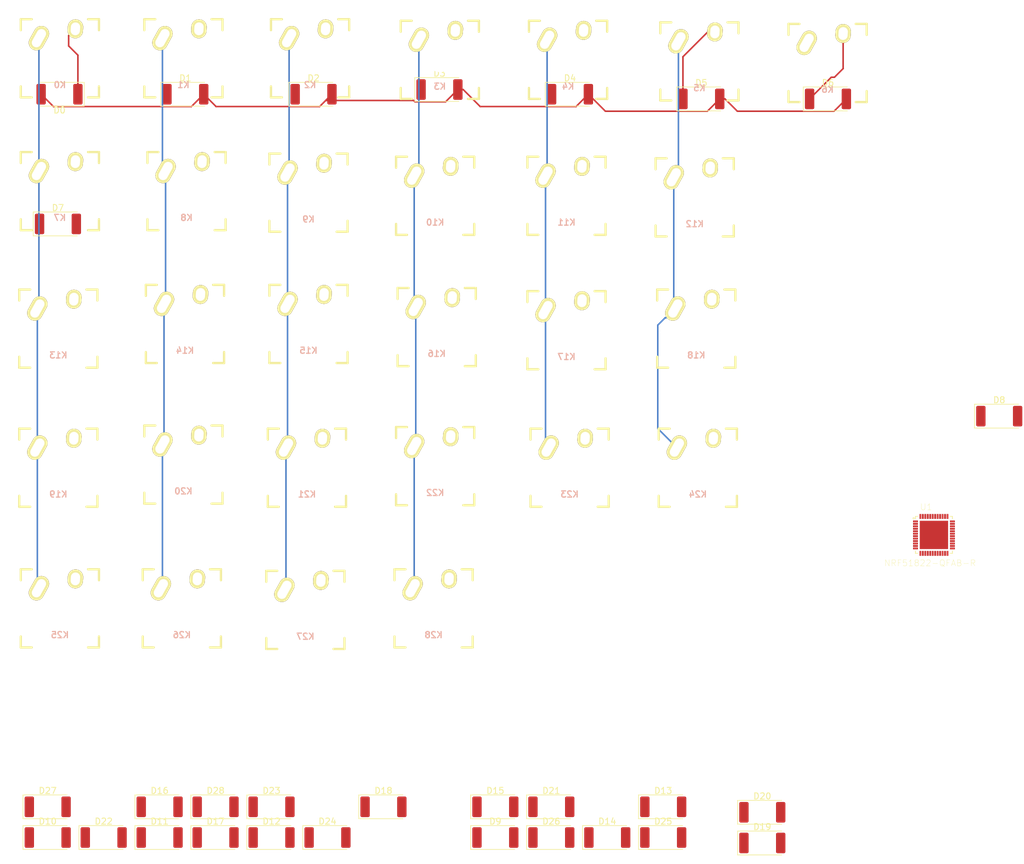
<source format=kicad_pcb>
(kicad_pcb (version 20171130) (host pcbnew "(5.1.4)-1")
  (layers (0 F.Cu signal) (31 B.Cu signal) (34 B.Paste user) (35 F.Paste user) (36 B.SilkS user) (37 F.SilkS user) (38 B.Mask user) (39 F.Mask user) (44 Edge.Cuts user))
  (net 0 "")
  (net 1 row0)
  (net 2 "Net-(D0-Pad1)")
  (net 3 row4)
  (net 4 "Net-(D1-Pad1)")
  (net 5 row1)
  (net 6 "Net-(D2-Pad1)")
  (net 7 row2)
  (net 8 "Net-(D3-Pad1)")
  (net 9 "Net-(D4-Pad1)")
  (net 10 "Net-(D5-Pad1)")
  (net 11 "Net-(D6-Pad1)")
  (net 12 "Net-(D7-Pad1)")
  (net 13 row3)
  (net 14 "Net-(D8-Pad1)")
  (net 15 "Net-(D9-Pad1)")
  (net 16 "Net-(D10-Pad1)")
  (net 17 "Net-(D11-Pad1)")
  (net 18 "Net-(D12-Pad1)")
  (net 19 "Net-(D13-Pad1)")
  (net 20 "Net-(D14-Pad1)")
  (net 21 "Net-(D15-Pad1)")
  (net 22 "Net-(D16-Pad1)")
  (net 23 "Net-(D17-Pad1)")
  (net 24 "Net-(D18-Pad1)")
  (net 25 "Net-(D19-Pad1)")
  (net 26 "Net-(D20-Pad1)")
  (net 27 "Net-(D21-Pad1)")
  (net 28 "Net-(D22-Pad1)")
  (net 29 "Net-(D23-Pad1)")
  (net 30 "Net-(D24-Pad1)")
  (net 31 "Net-(D25-Pad1)")
  (net 32 "Net-(D26-Pad1)")
  (net 33 "Net-(D27-Pad1)")
  (net 34 "Net-(D28-Pad1)")
  (net 35 col0)
  (net 36 col1)
  (net 37 col2)
  (net 38 col3)
  (net 39 col4)
  (net 40 col5)
  (net 41 col6)
  (net 42 "Net-(U1-Pad49)")
  (net 43 "Net-(U1-Pad48)")
  (net 44 "Net-(U1-Pad39)")
  (net 45 "Net-(U1-Pad38)")
  (net 46 "Net-(U1-Pad37)")
  (net 47 "Net-(U1-Pad36)")
  (net 48 "Net-(U1-Pad35)")
  (net 49 "Net-(U1-Pad34)")
  (net 50 "Net-(U1-Pad33)")
  (net 51 "Net-(U1-Pad32)")
  (net 52 "Net-(U1-Pad31)")
  (net 53 "Net-(U1-Pad30)")
  (net 54 "Net-(U1-Pad29)")
  (net 55 "Net-(U1-Pad24)")
  (net 56 "Net-(U1-Pad23)")
  (net 57 "Net-(U1-Pad22)")
  (net 58 "Net-(U1-Pad21)")
  (net 59 "Net-(U1-Pad20)")
  (net 60 "Net-(U1-Pad19)")
  (net 61 "Net-(U1-Pad18)")
  (net 62 "Net-(U1-Pad17)")
  (net 63 "Net-(U1-Pad16)")
  (net 64 "Net-(U1-Pad15)")
  (net 65 "Net-(U1-Pad14)")
  (net 66 "Net-(U1-Pad13)")
  (net 67 "Net-(U1-Pad12)")
  (net 68 "Net-(U1-Pad11)")
  (net 69 "Net-(U1-Pad10)")
  (net 70 "Net-(U1-Pad9)")
  (net 71 "Net-(U1-Pad8)")
  (net 72 "Net-(U1-Pad7)")
  (net 73 "Net-(U1-Pad6)")
  (net 74 "Net-(U1-Pad5)")
  (net 75 "Net-(U1-Pad4)")
  (net 76 "Net-(U1-Pad3)")
  (net 77 "Net-(U1-Pad2)")
  (net 78 "Net-(U1-Pad1)")
  (net 79 "Net-(K19-Pad2)")
  (module NRF51822-QFAB-R:QFN40P600X600X90-49N (layer F.Cu) (at 239.014 116.078)
    (fp_text reference U1 (at -1.26124 -4.53943) (layer F.SilkS) (effects (font (size 1.00098 1.00098) (thickness 0.05))))
    (fp_text value NRF51822-QFAB-R (at -0.62661 4.57678) (layer F.SilkS) (effects (font (size 1.00258 1.00258) (thickness 0.05))))
    (pad 49 smd rect (at 0 0) (size 4.6 4.6) (layers F.Cu F.Paste F.Mask) (net 42 "Net-(U1-Pad49)"))
    (pad 48 smd rect (at -2.2 -3 270) (size 0.8 0.3) (layers F.Cu F.Paste F.Mask) (net 43 "Net-(U1-Pad48)"))
    (pad 47 smd rect (at -1.8 -3 270) (size 0.8 0.3) (layers F.Cu F.Paste F.Mask) (net 41 col6))
    (pad 46 smd rect (at -1.4 -3 270) (size 0.8 0.3) (layers F.Cu F.Paste F.Mask) (net 40 col5))
    (pad 45 smd rect (at -1 -3 270) (size 0.8 0.3) (layers F.Cu F.Paste F.Mask) (net 39 col4))
    (pad 44 smd rect (at -0.6 -3 270) (size 0.8 0.3) (layers F.Cu F.Paste F.Mask) (net 38 col3))
    (pad 43 smd rect (at -0.2 -3 270) (size 0.8 0.3) (layers F.Cu F.Paste F.Mask) (net 37 col2))
    (pad 42 smd rect (at 0.2 -3 270) (size 0.8 0.3) (layers F.Cu F.Paste F.Mask) (net 36 col1))
    (pad 41 smd rect (at 0.6 -3 270) (size 0.8 0.3) (layers F.Cu F.Paste F.Mask) (net 35 col0))
    (pad 40 smd rect (at 1 -3 270) (size 0.8 0.3) (layers F.Cu F.Paste F.Mask) (net 3 row4))
    (pad 39 smd rect (at 1.4 -3 270) (size 0.8 0.3) (layers F.Cu F.Paste F.Mask) (net 44 "Net-(U1-Pad39)"))
    (pad 38 smd rect (at 1.8 -3 270) (size 0.8 0.3) (layers F.Cu F.Paste F.Mask) (net 45 "Net-(U1-Pad38)"))
    (pad 37 smd rect (at 2.2 -3 270) (size 0.8 0.3) (layers F.Cu F.Paste F.Mask) (net 46 "Net-(U1-Pad37)"))
    (pad 36 smd rect (at 3 -2.2 180) (size 0.8 0.3) (layers F.Cu F.Paste F.Mask) (net 47 "Net-(U1-Pad36)"))
    (pad 35 smd rect (at 3 -1.8 180) (size 0.8 0.3) (layers F.Cu F.Paste F.Mask) (net 48 "Net-(U1-Pad35)"))
    (pad 34 smd rect (at 3 -1.4 180) (size 0.8 0.3) (layers F.Cu F.Paste F.Mask) (net 49 "Net-(U1-Pad34)"))
    (pad 33 smd rect (at 3 -1 180) (size 0.8 0.3) (layers F.Cu F.Paste F.Mask) (net 50 "Net-(U1-Pad33)"))
    (pad 32 smd rect (at 3 -0.6 180) (size 0.8 0.3) (layers F.Cu F.Paste F.Mask) (net 51 "Net-(U1-Pad32)"))
    (pad 31 smd rect (at 3 -0.2 180) (size 0.8 0.3) (layers F.Cu F.Paste F.Mask) (net 52 "Net-(U1-Pad31)"))
    (pad 30 smd rect (at 3 0.2 180) (size 0.8 0.3) (layers F.Cu F.Paste F.Mask) (net 53 "Net-(U1-Pad30)"))
    (pad 29 smd rect (at 3 0.6 180) (size 0.8 0.3) (layers F.Cu F.Paste F.Mask) (net 54 "Net-(U1-Pad29)"))
    (pad 28 smd rect (at 3 1 180) (size 0.8 0.3) (layers F.Cu F.Paste F.Mask) (net 13 row3))
    (pad 27 smd rect (at 3 1.4 180) (size 0.8 0.3) (layers F.Cu F.Paste F.Mask) (net 7 row2))
    (pad 26 smd rect (at 3 1.8 180) (size 0.8 0.3) (layers F.Cu F.Paste F.Mask) (net 5 row1))
    (pad 25 smd rect (at 3 2.2 180) (size 0.8 0.3) (layers F.Cu F.Paste F.Mask) (net 1 row0))
    (pad 24 smd rect (at 2.2 3 90) (size 0.8 0.3) (layers F.Cu F.Paste F.Mask) (net 55 "Net-(U1-Pad24)"))
    (pad 23 smd rect (at 1.8 3 90) (size 0.8 0.3) (layers F.Cu F.Paste F.Mask) (net 56 "Net-(U1-Pad23)"))
    (pad 22 smd rect (at 1.4 3 90) (size 0.8 0.3) (layers F.Cu F.Paste F.Mask) (net 57 "Net-(U1-Pad22)"))
    (pad 21 smd rect (at 1 3 90) (size 0.8 0.3) (layers F.Cu F.Paste F.Mask) (net 58 "Net-(U1-Pad21)"))
    (pad 20 smd rect (at 0.6 3 90) (size 0.8 0.3) (layers F.Cu F.Paste F.Mask) (net 59 "Net-(U1-Pad20)"))
    (pad 19 smd rect (at 0.2 3 90) (size 0.8 0.3) (layers F.Cu F.Paste F.Mask) (net 60 "Net-(U1-Pad19)"))
    (pad 18 smd rect (at -0.2 3 90) (size 0.8 0.3) (layers F.Cu F.Paste F.Mask) (net 61 "Net-(U1-Pad18)"))
    (pad 17 smd rect (at -0.6 3 90) (size 0.8 0.3) (layers F.Cu F.Paste F.Mask) (net 62 "Net-(U1-Pad17)"))
    (pad 16 smd rect (at -1 3 90) (size 0.8 0.3) (layers F.Cu F.Paste F.Mask) (net 63 "Net-(U1-Pad16)"))
    (pad 15 smd rect (at -1.4 3 90) (size 0.8 0.3) (layers F.Cu F.Paste F.Mask) (net 64 "Net-(U1-Pad15)"))
    (pad 14 smd rect (at -1.8 3 90) (size 0.8 0.3) (layers F.Cu F.Paste F.Mask) (net 65 "Net-(U1-Pad14)"))
    (pad 13 smd rect (at -2.2 3 90) (size 0.8 0.3) (layers F.Cu F.Paste F.Mask) (net 66 "Net-(U1-Pad13)"))
    (pad 12 smd rect (at -3 2.2) (size 0.8 0.3) (layers F.Cu F.Paste F.Mask) (net 67 "Net-(U1-Pad12)"))
    (pad 11 smd rect (at -3 1.8) (size 0.8 0.3) (layers F.Cu F.Paste F.Mask) (net 68 "Net-(U1-Pad11)"))
    (pad 10 smd rect (at -3 1.4) (size 0.8 0.3) (layers F.Cu F.Paste F.Mask) (net 69 "Net-(U1-Pad10)"))
    (pad 9 smd rect (at -3 1) (size 0.8 0.3) (layers F.Cu F.Paste F.Mask) (net 70 "Net-(U1-Pad9)"))
    (pad 8 smd rect (at -3 0.6) (size 0.8 0.3) (layers F.Cu F.Paste F.Mask) (net 71 "Net-(U1-Pad8)"))
    (pad 7 smd rect (at -3 0.2) (size 0.8 0.3) (layers F.Cu F.Paste F.Mask) (net 72 "Net-(U1-Pad7)"))
    (pad 6 smd rect (at -3 -0.2) (size 0.8 0.3) (layers F.Cu F.Paste F.Mask) (net 73 "Net-(U1-Pad6)"))
    (pad 5 smd rect (at -3 -0.6) (size 0.8 0.3) (layers F.Cu F.Paste F.Mask) (net 74 "Net-(U1-Pad5)"))
    (pad 4 smd rect (at -3 -1) (size 0.8 0.3) (layers F.Cu F.Paste F.Mask) (net 75 "Net-(U1-Pad4)"))
    (pad 3 smd rect (at -3 -1.4) (size 0.8 0.3) (layers F.Cu F.Paste F.Mask) (net 76 "Net-(U1-Pad3)"))
    (pad 2 smd rect (at -3 -1.8) (size 0.8 0.3) (layers F.Cu F.Paste F.Mask) (net 77 "Net-(U1-Pad2)"))
    (pad 1 smd rect (at -3 -2.2) (size 0.8 0.3) (layers F.Cu F.Paste F.Mask) (net 78 "Net-(U1-Pad1)"))
  )
  (module keebs:Mx_Alps_100 (layer F.Cu) (at 221.742 39.37)
    (fp_text reference K6 (at 0 4.318) (layer B.SilkS) (effects (font (thickness 0.2)) (justify mirror)))
    (fp_text value KEYSW hide)
    (pad 2 thru_hole oval (at 2.52 -4.79 356.1) (size 2.5 3.08) (drill oval 1.5 2.08) (layers *.Cu *.Mask F.SilkS) (net 11 "Net-(D6-Pad1)"))
    (pad 1 thru_hole oval (at -3.405 -3.27 330.95) (size 2.5 4.17) (drill oval 1.5 3.17) (layers *.Cu *.Mask F.SilkS) (net 41 col6))
    (pad HOLE np_thru_hole circle (at 5.08 0) (size 1.7018 1.7018) (drill 1.7018) (layers *.Cu))
    (pad HOLE np_thru_hole circle (at -5.08 0) (size 1.7018 1.7018) (drill 1.7018) (layers *.Cu))
    (pad HOLE np_thru_hole circle (at 0 0) (size 3.9878 3.9878) (drill 3.9878) (layers *.Cu))
  )
  (module keebs:Mx_Alps_100 (layer F.Cu) (at 200.914 39.116)
    (fp_text reference K5 (at 0 4.318) (layer B.SilkS) (effects (font (thickness 0.2)) (justify mirror)))
    (fp_text value KEYSW hide)
    (pad 2 thru_hole oval (at 2.52 -4.79 356.1) (size 2.5 3.08) (drill oval 1.5 2.08) (layers *.Cu *.Mask F.SilkS) (net 10 "Net-(D5-Pad1)"))
    (pad 1 thru_hole oval (at -3.405 -3.27 330.95) (size 2.5 4.17) (drill oval 1.5 3.17) (layers *.Cu *.Mask F.SilkS) (net 40 col5))
    (pad HOLE np_thru_hole circle (at 5.08 0) (size 1.7018 1.7018) (drill 1.7018) (layers *.Cu))
    (pad HOLE np_thru_hole circle (at -5.08 0) (size 1.7018 1.7018) (drill 1.7018) (layers *.Cu))
    (pad HOLE np_thru_hole circle (at 0 0) (size 3.9878 3.9878) (drill 3.9878) (layers *.Cu))
  )
  (module keebs:Mx_Alps_100 (layer F.Cu) (at 200.406 82.55)
    (fp_text reference K18 (at 0 4.318) (layer B.SilkS) (effects (font (thickness 0.2)) (justify mirror)))
    (fp_text value KEYSW hide)
    (pad 2 thru_hole oval (at 2.52 -4.79 356.1) (size 2.5 3.08) (drill oval 1.5 2.08) (layers *.Cu *.Mask F.SilkS) (net 24 "Net-(D18-Pad1)"))
    (pad 1 thru_hole oval (at -3.405 -3.27 330.95) (size 2.5 4.17) (drill oval 1.5 3.17) (layers *.Cu *.Mask F.SilkS) (net 40 col5))
    (pad HOLE np_thru_hole circle (at 5.08 0) (size 1.7018 1.7018) (drill 1.7018) (layers *.Cu))
    (pad HOLE np_thru_hole circle (at -5.08 0) (size 1.7018 1.7018) (drill 1.7018) (layers *.Cu))
    (pad HOLE np_thru_hole circle (at 0 0) (size 3.9878 3.9878) (drill 3.9878) (layers *.Cu))
  )
  (module keebs:Mx_Alps_100 (layer F.Cu) (at 200.66 105.156)
    (fp_text reference K24 (at 0 4.318) (layer B.SilkS) (effects (font (thickness 0.2)) (justify mirror)))
    (fp_text value KEYSW hide)
    (pad 2 thru_hole oval (at 2.52 -4.79 356.1) (size 2.5 3.08) (drill oval 1.5 2.08) (layers *.Cu *.Mask F.SilkS) (net 30 "Net-(D24-Pad1)"))
    (pad 1 thru_hole oval (at -3.405 -3.27 330.95) (size 2.5 4.17) (drill oval 1.5 3.17) (layers *.Cu *.Mask F.SilkS) (net 40 col5))
    (pad HOLE np_thru_hole circle (at 5.08 0) (size 1.7018 1.7018) (drill 1.7018) (layers *.Cu))
    (pad HOLE np_thru_hole circle (at -5.08 0) (size 1.7018 1.7018) (drill 1.7018) (layers *.Cu))
    (pad HOLE np_thru_hole circle (at 0 0) (size 3.9878 3.9878) (drill 3.9878) (layers *.Cu))
  )
  (module keebs:Mx_Alps_100 (layer F.Cu) (at 200.152 61.214)
    (fp_text reference K12 (at 0 4.318) (layer B.SilkS) (effects (font (thickness 0.2)) (justify mirror)))
    (fp_text value KEYSW hide)
    (pad 2 thru_hole oval (at 2.52 -4.79 356.1) (size 2.5 3.08) (drill oval 1.5 2.08) (layers *.Cu *.Mask F.SilkS) (net 18 "Net-(D12-Pad1)"))
    (pad 1 thru_hole oval (at -3.405 -3.27 330.95) (size 2.5 4.17) (drill oval 1.5 3.17) (layers *.Cu *.Mask F.SilkS) (net 40 col5))
    (pad HOLE np_thru_hole circle (at 5.08 0) (size 1.7018 1.7018) (drill 1.7018) (layers *.Cu))
    (pad HOLE np_thru_hole circle (at -5.08 0) (size 1.7018 1.7018) (drill 1.7018) (layers *.Cu))
    (pad HOLE np_thru_hole circle (at 0 0) (size 3.9878 3.9878) (drill 3.9878) (layers *.Cu))
  )
  (module keebs:Mx_Alps_100 (layer F.Cu) (at 179.578 38.862)
    (fp_text reference K4 (at 0 4.318) (layer B.SilkS) (effects (font (thickness 0.2)) (justify mirror)))
    (fp_text value KEYSW hide)
    (pad 2 thru_hole oval (at 2.52 -4.79 356.1) (size 2.5 3.08) (drill oval 1.5 2.08) (layers *.Cu *.Mask F.SilkS) (net 9 "Net-(D4-Pad1)"))
    (pad 1 thru_hole oval (at -3.405 -3.27 330.95) (size 2.5 4.17) (drill oval 1.5 3.17) (layers *.Cu *.Mask F.SilkS) (net 39 col4))
    (pad HOLE np_thru_hole circle (at 5.08 0) (size 1.7018 1.7018) (drill 1.7018) (layers *.Cu))
    (pad HOLE np_thru_hole circle (at -5.08 0) (size 1.7018 1.7018) (drill 1.7018) (layers *.Cu))
    (pad HOLE np_thru_hole circle (at 0 0) (size 3.9878 3.9878) (drill 3.9878) (layers *.Cu))
  )
  (module keebs:Mx_Alps_100 (layer F.Cu) (at 179.832 105.156)
    (fp_text reference K23 (at 0 4.318) (layer B.SilkS) (effects (font (thickness 0.2)) (justify mirror)))
    (fp_text value KEYSW hide)
    (pad 2 thru_hole oval (at 2.52 -4.79 356.1) (size 2.5 3.08) (drill oval 1.5 2.08) (layers *.Cu *.Mask F.SilkS) (net 29 "Net-(D23-Pad1)"))
    (pad 1 thru_hole oval (at -3.405 -3.27 330.95) (size 2.5 4.17) (drill oval 1.5 3.17) (layers *.Cu *.Mask F.SilkS) (net 39 col4))
    (pad HOLE np_thru_hole circle (at 5.08 0) (size 1.7018 1.7018) (drill 1.7018) (layers *.Cu))
    (pad HOLE np_thru_hole circle (at -5.08 0) (size 1.7018 1.7018) (drill 1.7018) (layers *.Cu))
    (pad HOLE np_thru_hole circle (at 0 0) (size 3.9878 3.9878) (drill 3.9878) (layers *.Cu))
  )
  (module keebs:Mx_Alps_100 (layer F.Cu) (at 179.324 82.804)
    (fp_text reference K17 (at 0 4.318) (layer B.SilkS) (effects (font (thickness 0.2)) (justify mirror)))
    (fp_text value KEYSW hide)
    (pad 2 thru_hole oval (at 2.52 -4.79 356.1) (size 2.5 3.08) (drill oval 1.5 2.08) (layers *.Cu *.Mask F.SilkS) (net 23 "Net-(D17-Pad1)"))
    (pad 1 thru_hole oval (at -3.405 -3.27 330.95) (size 2.5 4.17) (drill oval 1.5 3.17) (layers *.Cu *.Mask F.SilkS) (net 39 col4))
    (pad HOLE np_thru_hole circle (at 5.08 0) (size 1.7018 1.7018) (drill 1.7018) (layers *.Cu))
    (pad HOLE np_thru_hole circle (at -5.08 0) (size 1.7018 1.7018) (drill 1.7018) (layers *.Cu))
    (pad HOLE np_thru_hole circle (at 0 0) (size 3.9878 3.9878) (drill 3.9878) (layers *.Cu))
  )
  (module keebs:Mx_Alps_100 (layer F.Cu) (at 179.324 60.96)
    (fp_text reference K11 (at 0 4.318) (layer B.SilkS) (effects (font (thickness 0.2)) (justify mirror)))
    (fp_text value KEYSW hide)
    (pad 2 thru_hole oval (at 2.52 -4.79 356.1) (size 2.5 3.08) (drill oval 1.5 2.08) (layers *.Cu *.Mask F.SilkS) (net 17 "Net-(D11-Pad1)"))
    (pad 1 thru_hole oval (at -3.405 -3.27 330.95) (size 2.5 4.17) (drill oval 1.5 3.17) (layers *.Cu *.Mask F.SilkS) (net 39 col4))
    (pad HOLE np_thru_hole circle (at 5.08 0) (size 1.7018 1.7018) (drill 1.7018) (layers *.Cu))
    (pad HOLE np_thru_hole circle (at -5.08 0) (size 1.7018 1.7018) (drill 1.7018) (layers *.Cu))
    (pad HOLE np_thru_hole circle (at 0 0) (size 3.9878 3.9878) (drill 3.9878) (layers *.Cu))
  )
  (module keebs:Mx_Alps_100 (layer F.Cu) (at 157.734 128.016)
    (fp_text reference K28 (at 0 4.318) (layer B.SilkS) (effects (font (thickness 0.2)) (justify mirror)))
    (fp_text value KEYSW hide)
    (pad 2 thru_hole oval (at 2.52 -4.79 356.1) (size 2.5 3.08) (drill oval 1.5 2.08) (layers *.Cu *.Mask F.SilkS) (net 34 "Net-(D28-Pad1)"))
    (pad 1 thru_hole oval (at -3.405 -3.27 330.95) (size 2.5 4.17) (drill oval 1.5 3.17) (layers *.Cu *.Mask F.SilkS) (net 38 col3))
    (pad HOLE np_thru_hole circle (at 5.08 0) (size 1.7018 1.7018) (drill 1.7018) (layers *.Cu))
    (pad HOLE np_thru_hole circle (at -5.08 0) (size 1.7018 1.7018) (drill 1.7018) (layers *.Cu))
    (pad HOLE np_thru_hole circle (at 0 0) (size 3.9878 3.9878) (drill 3.9878) (layers *.Cu))
  )
  (module keebs:Mx_Alps_100 (layer F.Cu) (at 158.242 82.296)
    (fp_text reference K16 (at 0 4.318) (layer B.SilkS) (effects (font (thickness 0.2)) (justify mirror)))
    (fp_text value KEYSW hide)
    (pad 2 thru_hole oval (at 2.52 -4.79 356.1) (size 2.5 3.08) (drill oval 1.5 2.08) (layers *.Cu *.Mask F.SilkS) (net 22 "Net-(D16-Pad1)"))
    (pad 1 thru_hole oval (at -3.405 -3.27 330.95) (size 2.5 4.17) (drill oval 1.5 3.17) (layers *.Cu *.Mask F.SilkS) (net 38 col3))
    (pad HOLE np_thru_hole circle (at 5.08 0) (size 1.7018 1.7018) (drill 1.7018) (layers *.Cu))
    (pad HOLE np_thru_hole circle (at -5.08 0) (size 1.7018 1.7018) (drill 1.7018) (layers *.Cu))
    (pad HOLE np_thru_hole circle (at 0 0) (size 3.9878 3.9878) (drill 3.9878) (layers *.Cu))
  )
  (module keebs:Mx_Alps_100 (layer F.Cu) (at 157.988 104.902)
    (fp_text reference K22 (at 0 4.318) (layer B.SilkS) (effects (font (thickness 0.2)) (justify mirror)))
    (fp_text value KEYSW hide)
    (pad 2 thru_hole oval (at 2.52 -4.79 356.1) (size 2.5 3.08) (drill oval 1.5 2.08) (layers *.Cu *.Mask F.SilkS) (net 28 "Net-(D22-Pad1)"))
    (pad 1 thru_hole oval (at -3.405 -3.27 330.95) (size 2.5 4.17) (drill oval 1.5 3.17) (layers *.Cu *.Mask F.SilkS) (net 38 col3))
    (pad HOLE np_thru_hole circle (at 5.08 0) (size 1.7018 1.7018) (drill 1.7018) (layers *.Cu))
    (pad HOLE np_thru_hole circle (at -5.08 0) (size 1.7018 1.7018) (drill 1.7018) (layers *.Cu))
    (pad HOLE np_thru_hole circle (at 0 0) (size 3.9878 3.9878) (drill 3.9878) (layers *.Cu))
  )
  (module keebs:Mx_Alps_100 (layer F.Cu) (at 157.988 60.96)
    (fp_text reference K10 (at 0 4.318) (layer B.SilkS) (effects (font (thickness 0.2)) (justify mirror)))
    (fp_text value KEYSW hide)
    (pad 2 thru_hole oval (at 2.52 -4.79 356.1) (size 2.5 3.08) (drill oval 1.5 2.08) (layers *.Cu *.Mask F.SilkS) (net 16 "Net-(D10-Pad1)"))
    (pad 1 thru_hole oval (at -3.405 -3.27 330.95) (size 2.5 4.17) (drill oval 1.5 3.17) (layers *.Cu *.Mask F.SilkS) (net 38 col3))
    (pad HOLE np_thru_hole circle (at 5.08 0) (size 1.7018 1.7018) (drill 1.7018) (layers *.Cu))
    (pad HOLE np_thru_hole circle (at -5.08 0) (size 1.7018 1.7018) (drill 1.7018) (layers *.Cu))
    (pad HOLE np_thru_hole circle (at 0 0) (size 3.9878 3.9878) (drill 3.9878) (layers *.Cu))
  )
  (module keebs:Mx_Alps_100 (layer F.Cu) (at 158.75 38.862)
    (fp_text reference K3 (at 0 4.318) (layer B.SilkS) (effects (font (thickness 0.2)) (justify mirror)))
    (fp_text value KEYSW hide)
    (pad 2 thru_hole oval (at 2.52 -4.79 356.1) (size 2.5 3.08) (drill oval 1.5 2.08) (layers *.Cu *.Mask F.SilkS) (net 8 "Net-(D3-Pad1)"))
    (pad 1 thru_hole oval (at -3.405 -3.27 330.95) (size 2.5 4.17) (drill oval 1.5 3.17) (layers *.Cu *.Mask F.SilkS) (net 38 col3))
    (pad HOLE np_thru_hole circle (at 5.08 0) (size 1.7018 1.7018) (drill 1.7018) (layers *.Cu))
    (pad HOLE np_thru_hole circle (at -5.08 0) (size 1.7018 1.7018) (drill 1.7018) (layers *.Cu))
    (pad HOLE np_thru_hole circle (at 0 0) (size 3.9878 3.9878) (drill 3.9878) (layers *.Cu))
  )
  (module keebs:Mx_Alps_100 (layer F.Cu) (at 136.906 128.27)
    (fp_text reference K27 (at 0 4.318) (layer B.SilkS) (effects (font (thickness 0.2)) (justify mirror)))
    (fp_text value KEYSW hide)
    (pad 2 thru_hole oval (at 2.52 -4.79 356.1) (size 2.5 3.08) (drill oval 1.5 2.08) (layers *.Cu *.Mask F.SilkS) (net 33 "Net-(D27-Pad1)"))
    (pad 1 thru_hole oval (at -3.405 -3.27 330.95) (size 2.5 4.17) (drill oval 1.5 3.17) (layers *.Cu *.Mask F.SilkS) (net 37 col2))
    (pad HOLE np_thru_hole circle (at 5.08 0) (size 1.7018 1.7018) (drill 1.7018) (layers *.Cu))
    (pad HOLE np_thru_hole circle (at -5.08 0) (size 1.7018 1.7018) (drill 1.7018) (layers *.Cu))
    (pad HOLE np_thru_hole circle (at 0 0) (size 3.9878 3.9878) (drill 3.9878) (layers *.Cu))
  )
  (module keebs:Mx_Alps_100 (layer F.Cu) (at 137.414 81.788)
    (fp_text reference K15 (at 0 4.318) (layer B.SilkS) (effects (font (thickness 0.2)) (justify mirror)))
    (fp_text value KEYSW hide)
    (pad 2 thru_hole oval (at 2.52 -4.79 356.1) (size 2.5 3.08) (drill oval 1.5 2.08) (layers *.Cu *.Mask F.SilkS) (net 21 "Net-(D15-Pad1)"))
    (pad 1 thru_hole oval (at -3.405 -3.27 330.95) (size 2.5 4.17) (drill oval 1.5 3.17) (layers *.Cu *.Mask F.SilkS) (net 37 col2))
    (pad HOLE np_thru_hole circle (at 5.08 0) (size 1.7018 1.7018) (drill 1.7018) (layers *.Cu))
    (pad HOLE np_thru_hole circle (at -5.08 0) (size 1.7018 1.7018) (drill 1.7018) (layers *.Cu))
    (pad HOLE np_thru_hole circle (at 0 0) (size 3.9878 3.9878) (drill 3.9878) (layers *.Cu))
  )
  (module keebs:Mx_Alps_100 (layer F.Cu) (at 137.414 60.452)
    (fp_text reference K9 (at 0 4.318) (layer B.SilkS) (effects (font (thickness 0.2)) (justify mirror)))
    (fp_text value KEYSW hide)
    (pad 2 thru_hole oval (at 2.52 -4.79 356.1) (size 2.5 3.08) (drill oval 1.5 2.08) (layers *.Cu *.Mask F.SilkS) (net 15 "Net-(D9-Pad1)"))
    (pad 1 thru_hole oval (at -3.405 -3.27 330.95) (size 2.5 4.17) (drill oval 1.5 3.17) (layers *.Cu *.Mask F.SilkS) (net 37 col2))
    (pad HOLE np_thru_hole circle (at 5.08 0) (size 1.7018 1.7018) (drill 1.7018) (layers *.Cu))
    (pad HOLE np_thru_hole circle (at -5.08 0) (size 1.7018 1.7018) (drill 1.7018) (layers *.Cu))
    (pad HOLE np_thru_hole circle (at 0 0) (size 3.9878 3.9878) (drill 3.9878) (layers *.Cu))
  )
  (module keebs:Mx_Alps_100 (layer F.Cu) (at 137.16 105.156)
    (fp_text reference K21 (at 0 4.318) (layer B.SilkS) (effects (font (thickness 0.2)) (justify mirror)))
    (fp_text value KEYSW hide)
    (pad 2 thru_hole oval (at 2.52 -4.79 356.1) (size 2.5 3.08) (drill oval 1.5 2.08) (layers *.Cu *.Mask F.SilkS) (net 27 "Net-(D21-Pad1)"))
    (pad 1 thru_hole oval (at -3.405 -3.27 330.95) (size 2.5 4.17) (drill oval 1.5 3.17) (layers *.Cu *.Mask F.SilkS) (net 37 col2))
    (pad HOLE np_thru_hole circle (at 5.08 0) (size 1.7018 1.7018) (drill 1.7018) (layers *.Cu))
    (pad HOLE np_thru_hole circle (at -5.08 0) (size 1.7018 1.7018) (drill 1.7018) (layers *.Cu))
    (pad HOLE np_thru_hole circle (at 0 0) (size 3.9878 3.9878) (drill 3.9878) (layers *.Cu))
  )
  (module keebs:Mx_Alps_100 (layer F.Cu) (at 116.84 128.016)
    (fp_text reference K26 (at 0 4.318) (layer B.SilkS) (effects (font (thickness 0.2)) (justify mirror)))
    (fp_text value KEYSW hide)
    (pad 2 thru_hole oval (at 2.52 -4.79 356.1) (size 2.5 3.08) (drill oval 1.5 2.08) (layers *.Cu *.Mask F.SilkS) (net 32 "Net-(D26-Pad1)"))
    (pad 1 thru_hole oval (at -3.405 -3.27 330.95) (size 2.5 4.17) (drill oval 1.5 3.17) (layers *.Cu *.Mask F.SilkS) (net 36 col1))
    (pad HOLE np_thru_hole circle (at 5.08 0) (size 1.7018 1.7018) (drill 1.7018) (layers *.Cu))
    (pad HOLE np_thru_hole circle (at -5.08 0) (size 1.7018 1.7018) (drill 1.7018) (layers *.Cu))
    (pad HOLE np_thru_hole circle (at 0 0) (size 3.9878 3.9878) (drill 3.9878) (layers *.Cu))
  )
  (module keebs:Mx_Alps_100 (layer F.Cu) (at 117.094 104.648)
    (fp_text reference K20 (at 0 4.318) (layer B.SilkS) (effects (font (thickness 0.2)) (justify mirror)))
    (fp_text value KEYSW hide)
    (pad 2 thru_hole oval (at 2.52 -4.79 356.1) (size 2.5 3.08) (drill oval 1.5 2.08) (layers *.Cu *.Mask F.SilkS) (net 26 "Net-(D20-Pad1)"))
    (pad 1 thru_hole oval (at -3.405 -3.27 330.95) (size 2.5 4.17) (drill oval 1.5 3.17) (layers *.Cu *.Mask F.SilkS) (net 36 col1))
    (pad HOLE np_thru_hole circle (at 5.08 0) (size 1.7018 1.7018) (drill 1.7018) (layers *.Cu))
    (pad HOLE np_thru_hole circle (at -5.08 0) (size 1.7018 1.7018) (drill 1.7018) (layers *.Cu))
    (pad HOLE np_thru_hole circle (at 0 0) (size 3.9878 3.9878) (drill 3.9878) (layers *.Cu))
  )
  (module keebs:Mx_Alps_100 (layer F.Cu) (at 117.348 81.788)
    (fp_text reference K14 (at 0 4.318) (layer B.SilkS) (effects (font (thickness 0.2)) (justify mirror)))
    (fp_text value KEYSW hide)
    (pad 2 thru_hole oval (at 2.52 -4.79 356.1) (size 2.5 3.08) (drill oval 1.5 2.08) (layers *.Cu *.Mask F.SilkS) (net 20 "Net-(D14-Pad1)"))
    (pad 1 thru_hole oval (at -3.405 -3.27 330.95) (size 2.5 4.17) (drill oval 1.5 3.17) (layers *.Cu *.Mask F.SilkS) (net 36 col1))
    (pad HOLE np_thru_hole circle (at 5.08 0) (size 1.7018 1.7018) (drill 1.7018) (layers *.Cu))
    (pad HOLE np_thru_hole circle (at -5.08 0) (size 1.7018 1.7018) (drill 1.7018) (layers *.Cu))
    (pad HOLE np_thru_hole circle (at 0 0) (size 3.9878 3.9878) (drill 3.9878) (layers *.Cu))
  )
  (module keebs:Mx_Alps_100 (layer F.Cu) (at 117.602 60.198)
    (fp_text reference K8 (at 0 4.318) (layer B.SilkS) (effects (font (thickness 0.2)) (justify mirror)))
    (fp_text value KEYSW hide)
    (pad 2 thru_hole oval (at 2.52 -4.79 356.1) (size 2.5 3.08) (drill oval 1.5 2.08) (layers *.Cu *.Mask F.SilkS) (net 14 "Net-(D8-Pad1)"))
    (pad 1 thru_hole oval (at -3.405 -3.27 330.95) (size 2.5 4.17) (drill oval 1.5 3.17) (layers *.Cu *.Mask F.SilkS) (net 36 col1))
    (pad HOLE np_thru_hole circle (at 5.08 0) (size 1.7018 1.7018) (drill 1.7018) (layers *.Cu))
    (pad HOLE np_thru_hole circle (at -5.08 0) (size 1.7018 1.7018) (drill 1.7018) (layers *.Cu))
    (pad HOLE np_thru_hole circle (at 0 0) (size 3.9878 3.9878) (drill 3.9878) (layers *.Cu))
  )
  (module keebs:Mx_Alps_100 (layer F.Cu) (at 96.774 105.156)
    (fp_text reference K19 (at 0 4.318) (layer B.SilkS) (effects (font (thickness 0.2)) (justify mirror)))
    (fp_text value KEYSW hide)
    (pad 2 thru_hole oval (at 2.52 -4.79 356.1) (size 2.5 3.08) (drill oval 1.5 2.08) (layers *.Cu *.Mask F.SilkS) (net 79 "Net-(K19-Pad2)"))
    (pad 1 thru_hole oval (at -3.405 -3.27 330.95) (size 2.5 4.17) (drill oval 1.5 3.17) (layers *.Cu *.Mask F.SilkS) (net 35 col0))
    (pad HOLE np_thru_hole circle (at 5.08 0) (size 1.7018 1.7018) (drill 1.7018) (layers *.Cu))
    (pad HOLE np_thru_hole circle (at -5.08 0) (size 1.7018 1.7018) (drill 1.7018) (layers *.Cu))
    (pad HOLE np_thru_hole circle (at 0 0) (size 3.9878 3.9878) (drill 3.9878) (layers *.Cu))
  )
  (module keebs:Mx_Alps_100 (layer F.Cu) (at 96.774 82.55)
    (fp_text reference K13 (at 0 4.318) (layer B.SilkS) (effects (font (thickness 0.2)) (justify mirror)))
    (fp_text value KEYSW hide)
    (pad 2 thru_hole oval (at 2.52 -4.79 356.1) (size 2.5 3.08) (drill oval 1.5 2.08) (layers *.Cu *.Mask F.SilkS) (net 19 "Net-(D13-Pad1)"))
    (pad 1 thru_hole oval (at -3.405 -3.27 330.95) (size 2.5 4.17) (drill oval 1.5 3.17) (layers *.Cu *.Mask F.SilkS) (net 35 col0))
    (pad HOLE np_thru_hole circle (at 5.08 0) (size 1.7018 1.7018) (drill 1.7018) (layers *.Cu))
    (pad HOLE np_thru_hole circle (at -5.08 0) (size 1.7018 1.7018) (drill 1.7018) (layers *.Cu))
    (pad HOLE np_thru_hole circle (at 0 0) (size 3.9878 3.9878) (drill 3.9878) (layers *.Cu))
  )
  (module keebs:Mx_Alps_100 (layer F.Cu) (at 97.028 60.198)
    (fp_text reference K7 (at 0 4.318) (layer B.SilkS) (effects (font (thickness 0.2)) (justify mirror)))
    (fp_text value KEYSW hide)
    (pad 2 thru_hole oval (at 2.52 -4.79 356.1) (size 2.5 3.08) (drill oval 1.5 2.08) (layers *.Cu *.Mask F.SilkS) (net 12 "Net-(D7-Pad1)"))
    (pad 1 thru_hole oval (at -3.405 -3.27 330.95) (size 2.5 4.17) (drill oval 1.5 3.17) (layers *.Cu *.Mask F.SilkS) (net 35 col0))
    (pad HOLE np_thru_hole circle (at 5.08 0) (size 1.7018 1.7018) (drill 1.7018) (layers *.Cu))
    (pad HOLE np_thru_hole circle (at -5.08 0) (size 1.7018 1.7018) (drill 1.7018) (layers *.Cu))
    (pad HOLE np_thru_hole circle (at 0 0) (size 3.9878 3.9878) (drill 3.9878) (layers *.Cu))
  )
  (module keebs:Mx_Alps_100 (layer F.Cu) (at 97.028 128.016)
    (fp_text reference K25 (at 0 4.318) (layer B.SilkS) (effects (font (thickness 0.2)) (justify mirror)))
    (fp_text value KEYSW hide)
    (pad 2 thru_hole oval (at 2.52 -4.79 356.1) (size 2.5 3.08) (drill oval 1.5 2.08) (layers *.Cu *.Mask F.SilkS) (net 31 "Net-(D25-Pad1)"))
    (pad 1 thru_hole oval (at -3.405 -3.27 330.95) (size 2.5 4.17) (drill oval 1.5 3.17) (layers *.Cu *.Mask F.SilkS) (net 35 col0))
    (pad HOLE np_thru_hole circle (at 5.08 0) (size 1.7018 1.7018) (drill 1.7018) (layers *.Cu))
    (pad HOLE np_thru_hole circle (at -5.08 0) (size 1.7018 1.7018) (drill 1.7018) (layers *.Cu))
    (pad HOLE np_thru_hole circle (at 0 0) (size 3.9878 3.9878) (drill 3.9878) (layers *.Cu))
  )
  (module keebs:Mx_Alps_100 (layer F.Cu) (at 137.668 38.608)
    (fp_text reference K2 (at 0 4.318) (layer B.SilkS) (effects (font (thickness 0.2)) (justify mirror)))
    (fp_text value KEYSW hide)
    (pad 2 thru_hole oval (at 2.52 -4.79 356.1) (size 2.5 3.08) (drill oval 1.5 2.08) (layers *.Cu *.Mask F.SilkS) (net 6 "Net-(D2-Pad1)"))
    (pad 1 thru_hole oval (at -3.405 -3.27 330.95) (size 2.5 4.17) (drill oval 1.5 3.17) (layers *.Cu *.Mask F.SilkS) (net 37 col2))
    (pad HOLE np_thru_hole circle (at 5.08 0) (size 1.7018 1.7018) (drill 1.7018) (layers *.Cu))
    (pad HOLE np_thru_hole circle (at -5.08 0) (size 1.7018 1.7018) (drill 1.7018) (layers *.Cu))
    (pad HOLE np_thru_hole circle (at 0 0) (size 3.9878 3.9878) (drill 3.9878) (layers *.Cu))
  )
  (module keebs:Mx_Alps_100 (layer F.Cu) (at 117.094 38.608)
    (fp_text reference K1 (at 0 4.318) (layer B.SilkS) (effects (font (thickness 0.2)) (justify mirror)))
    (fp_text value KEYSW hide)
    (pad 2 thru_hole oval (at 2.52 -4.79 356.1) (size 2.5 3.08) (drill oval 1.5 2.08) (layers *.Cu *.Mask F.SilkS) (net 4 "Net-(D1-Pad1)"))
    (pad 1 thru_hole oval (at -3.405 -3.27 330.95) (size 2.5 4.17) (drill oval 1.5 3.17) (layers *.Cu *.Mask F.SilkS) (net 36 col1))
    (pad HOLE np_thru_hole circle (at 5.08 0) (size 1.7018 1.7018) (drill 1.7018) (layers *.Cu))
    (pad HOLE np_thru_hole circle (at -5.08 0) (size 1.7018 1.7018) (drill 1.7018) (layers *.Cu))
    (pad HOLE np_thru_hole circle (at 0 0) (size 3.9878 3.9878) (drill 3.9878) (layers *.Cu))
  )
  (module keebs:Mx_Alps_100 (layer F.Cu) (at 97.028 38.608)
    (fp_text reference K0 (at 0 4.318) (layer B.SilkS) (effects (font (thickness 0.2)) (justify mirror)))
    (fp_text value KEYSW hide)
    (pad 2 thru_hole oval (at 2.52 -4.79 356.1) (size 2.5 3.08) (drill oval 1.5 2.08) (layers *.Cu *.Mask F.SilkS) (net 2 "Net-(D0-Pad1)"))
    (pad 1 thru_hole oval (at -3.405 -3.27 330.95) (size 2.5 4.17) (drill oval 1.5 3.17) (layers *.Cu *.Mask F.SilkS) (net 35 col0))
    (pad HOLE np_thru_hole circle (at 5.08 0) (size 1.7018 1.7018) (drill 1.7018) (layers *.Cu))
    (pad HOLE np_thru_hole circle (at -5.08 0) (size 1.7018 1.7018) (drill 1.7018) (layers *.Cu))
    (pad HOLE np_thru_hole circle (at 0 0) (size 3.9878 3.9878) (drill 3.9878) (layers *.Cu))
  )
  (module Diode_SMD:D_2512_6332Metric_Pad1.52x3.35mm_HandSolder (layer F.Cu) (at 221.8025 45.212)
    (fp_text reference D6 (at 0 -2.62) (layer F.SilkS))
    (fp_text value D)
    (pad 2 smd roundrect (at 2.9875 0) (size 1.525 3.35) (layers F.Cu F.Paste F.Mask) (roundrect_rratio 0.163934) (net 1 row0))
    (pad 1 smd roundrect (at -2.9875 0) (size 1.525 3.35) (layers F.Cu F.Paste F.Mask) (roundrect_rratio 0.163934) (net 11 "Net-(D6-Pad1)"))
  )
  (module Diode_SMD:D_2512_6332Metric_Pad1.52x3.35mm_HandSolder (layer F.Cu) (at 201.2285 45.212)
    (fp_text reference D5 (at 0 -2.62) (layer F.SilkS))
    (fp_text value D)
    (pad 2 smd roundrect (at 2.9875 0) (size 1.525 3.35) (layers F.Cu F.Paste F.Mask) (roundrect_rratio 0.163934) (net 1 row0))
    (pad 1 smd roundrect (at -2.9875 0) (size 1.525 3.35) (layers F.Cu F.Paste F.Mask) (roundrect_rratio 0.163934) (net 10 "Net-(D5-Pad1)"))
  )
  (module Diode_SMD:D_2512_6332Metric_Pad1.52x3.35mm_HandSolder (layer F.Cu) (at 149.59 160.274)
    (fp_text reference D18 (at 0 -2.62) (layer F.SilkS))
    (fp_text value D)
    (pad 2 smd roundrect (at 2.9875 0) (size 1.525 3.35) (layers F.Cu F.Paste F.Mask) (roundrect_rratio 0.163934) (net 7 row2))
    (pad 1 smd roundrect (at -2.9875 0) (size 1.525 3.35) (layers F.Cu F.Paste F.Mask) (roundrect_rratio 0.163934) (net 24 "Net-(D18-Pad1)"))
  )
  (module Diode_SMD:D_2512_6332Metric_Pad1.52x3.35mm_HandSolder (layer F.Cu) (at 140.5 165.264)
    (fp_text reference D24 (at 0 -2.62) (layer F.SilkS))
    (fp_text value D)
    (pad 2 smd roundrect (at 2.9875 0) (size 1.525 3.35) (layers F.Cu F.Paste F.Mask) (roundrect_rratio 0.163934) (net 13 row3))
    (pad 1 smd roundrect (at -2.9875 0) (size 1.525 3.35) (layers F.Cu F.Paste F.Mask) (roundrect_rratio 0.163934) (net 30 "Net-(D24-Pad1)"))
  )
  (module Diode_SMD:D_2512_6332Metric_Pad1.52x3.35mm_HandSolder (layer F.Cu) (at 131.41 165.264)
    (fp_text reference D12 (at 0 -2.62) (layer F.SilkS))
    (fp_text value D)
    (pad 2 smd roundrect (at 2.9875 0) (size 1.525 3.35) (layers F.Cu F.Paste F.Mask) (roundrect_rratio 0.163934) (net 5 row1))
    (pad 1 smd roundrect (at -2.9875 0) (size 1.525 3.35) (layers F.Cu F.Paste F.Mask) (roundrect_rratio 0.163934) (net 18 "Net-(D12-Pad1)"))
  )
  (module Diode_SMD:D_2512_6332Metric_Pad1.52x3.35mm_HandSolder (layer F.Cu) (at 179.8925 44.45)
    (fp_text reference D4 (at 0 -2.62) (layer F.SilkS))
    (fp_text value D)
    (pad 2 smd roundrect (at 2.9875 0) (size 1.525 3.35) (layers F.Cu F.Paste F.Mask) (roundrect_rratio 0.163934) (net 1 row0))
    (pad 1 smd roundrect (at -2.9875 0) (size 1.525 3.35) (layers F.Cu F.Paste F.Mask) (roundrect_rratio 0.163934) (net 9 "Net-(D4-Pad1)"))
  )
  (module Diode_SMD:D_2512_6332Metric_Pad1.52x3.35mm_HandSolder (layer F.Cu) (at 131.41 160.274)
    (fp_text reference D23 (at 0 -2.62) (layer F.SilkS))
    (fp_text value D)
    (pad 2 smd roundrect (at 2.9875 0) (size 1.525 3.35) (layers F.Cu F.Paste F.Mask) (roundrect_rratio 0.163934) (net 13 row3))
    (pad 1 smd roundrect (at -2.9875 0) (size 1.525 3.35) (layers F.Cu F.Paste F.Mask) (roundrect_rratio 0.163934) (net 29 "Net-(D23-Pad1)"))
  )
  (module Diode_SMD:D_2512_6332Metric_Pad1.52x3.35mm_HandSolder (layer F.Cu) (at 122.32 165.264)
    (fp_text reference D17 (at 0 -2.62) (layer F.SilkS))
    (fp_text value D)
    (pad 2 smd roundrect (at 2.9875 0) (size 1.525 3.35) (layers F.Cu F.Paste F.Mask) (roundrect_rratio 0.163934) (net 7 row2))
    (pad 1 smd roundrect (at -2.9875 0) (size 1.525 3.35) (layers F.Cu F.Paste F.Mask) (roundrect_rratio 0.163934) (net 23 "Net-(D17-Pad1)"))
  )
  (module Diode_SMD:D_2512_6332Metric_Pad1.52x3.35mm_HandSolder (layer F.Cu) (at 113.23 165.264)
    (fp_text reference D11 (at 0 -2.62) (layer F.SilkS))
    (fp_text value D)
    (pad 2 smd roundrect (at 2.9875 0) (size 1.525 3.35) (layers F.Cu F.Paste F.Mask) (roundrect_rratio 0.163934) (net 5 row1))
    (pad 1 smd roundrect (at -2.9875 0) (size 1.525 3.35) (layers F.Cu F.Paste F.Mask) (roundrect_rratio 0.163934) (net 17 "Net-(D11-Pad1)"))
  )
  (module Diode_SMD:D_2512_6332Metric_Pad1.52x3.35mm_HandSolder (layer F.Cu) (at 122.32 160.274)
    (fp_text reference D28 (at 0 -2.62) (layer F.SilkS))
    (fp_text value D)
    (pad 2 smd roundrect (at 2.9875 0) (size 1.525 3.35) (layers F.Cu F.Paste F.Mask) (roundrect_rratio 0.163934) (net 3 row4))
    (pad 1 smd roundrect (at -2.9875 0) (size 1.525 3.35) (layers F.Cu F.Paste F.Mask) (roundrect_rratio 0.163934) (net 34 "Net-(D28-Pad1)"))
  )
  (module Diode_SMD:D_2512_6332Metric_Pad1.52x3.35mm_HandSolder (layer F.Cu) (at 113.23 160.274)
    (fp_text reference D16 (at 0 -2.62) (layer F.SilkS))
    (fp_text value D)
    (pad 2 smd roundrect (at 2.9875 0) (size 1.525 3.35) (layers F.Cu F.Paste F.Mask) (roundrect_rratio 0.163934) (net 7 row2))
    (pad 1 smd roundrect (at -2.9875 0) (size 1.525 3.35) (layers F.Cu F.Paste F.Mask) (roundrect_rratio 0.163934) (net 22 "Net-(D16-Pad1)"))
  )
  (module Diode_SMD:D_2512_6332Metric_Pad1.52x3.35mm_HandSolder (layer F.Cu) (at 104.14 165.264)
    (fp_text reference D22 (at 0 -2.62) (layer F.SilkS))
    (fp_text value D)
    (pad 2 smd roundrect (at 2.9875 0) (size 1.525 3.35) (layers F.Cu F.Paste F.Mask) (roundrect_rratio 0.163934) (net 13 row3))
    (pad 1 smd roundrect (at -2.9875 0) (size 1.525 3.35) (layers F.Cu F.Paste F.Mask) (roundrect_rratio 0.163934) (net 28 "Net-(D22-Pad1)"))
  )
  (module Diode_SMD:D_2512_6332Metric_Pad1.52x3.35mm_HandSolder (layer F.Cu) (at 95.05 165.264)
    (fp_text reference D10 (at 0 -2.62) (layer F.SilkS))
    (fp_text value D)
    (pad 2 smd roundrect (at 2.9875 0) (size 1.525 3.35) (layers F.Cu F.Paste F.Mask) (roundrect_rratio 0.163934) (net 5 row1))
    (pad 1 smd roundrect (at -2.9875 0) (size 1.525 3.35) (layers F.Cu F.Paste F.Mask) (roundrect_rratio 0.163934) (net 16 "Net-(D10-Pad1)"))
  )
  (module Diode_SMD:D_2512_6332Metric_Pad1.52x3.35mm_HandSolder (layer F.Cu) (at 158.6895 43.688)
    (fp_text reference D3 (at 0 -2.62) (layer F.SilkS))
    (fp_text value D)
    (pad 2 smd roundrect (at 2.9875 0) (size 1.525 3.35) (layers F.Cu F.Paste F.Mask) (roundrect_rratio 0.163934) (net 1 row0))
    (pad 1 smd roundrect (at -2.9875 0) (size 1.525 3.35) (layers F.Cu F.Paste F.Mask) (roundrect_rratio 0.163934) (net 8 "Net-(D3-Pad1)"))
  )
  (module Diode_SMD:D_2512_6332Metric_Pad1.52x3.35mm_HandSolder (layer F.Cu) (at 95.05 160.274)
    (fp_text reference D27 (at 0 -2.62) (layer F.SilkS))
    (fp_text value D)
    (pad 2 smd roundrect (at 2.9875 0) (size 1.525 3.35) (layers F.Cu F.Paste F.Mask) (roundrect_rratio 0.163934) (net 3 row4))
    (pad 1 smd roundrect (at -2.9875 0) (size 1.525 3.35) (layers F.Cu F.Paste F.Mask) (roundrect_rratio 0.163934) (net 33 "Net-(D27-Pad1)"))
  )
  (module Diode_SMD:D_2512_6332Metric_Pad1.52x3.35mm_HandSolder (layer F.Cu) (at 138.2365 44.45)
    (fp_text reference D2 (at 0 -2.62) (layer F.SilkS))
    (fp_text value D)
    (pad 2 smd roundrect (at 2.9875 0) (size 1.525 3.35) (layers F.Cu F.Paste F.Mask) (roundrect_rratio 0.163934) (net 1 row0))
    (pad 1 smd roundrect (at -2.9875 0) (size 1.525 3.35) (layers F.Cu F.Paste F.Mask) (roundrect_rratio 0.163934) (net 6 "Net-(D2-Pad1)"))
  )
  (module Diode_SMD:D_2512_6332Metric_Pad1.52x3.35mm_HandSolder (layer F.Cu) (at 167.77 160.274)
    (fp_text reference D15 (at 0 -2.62) (layer F.SilkS))
    (fp_text value D)
    (pad 2 smd roundrect (at 2.9875 0) (size 1.525 3.35) (layers F.Cu F.Paste F.Mask) (roundrect_rratio 0.163934) (net 7 row2))
    (pad 1 smd roundrect (at -2.9875 0) (size 1.525 3.35) (layers F.Cu F.Paste F.Mask) (roundrect_rratio 0.163934) (net 21 "Net-(D15-Pad1)"))
  )
  (module Diode_SMD:D_2512_6332Metric_Pad1.52x3.35mm_HandSolder (layer F.Cu) (at 167.77 165.264)
    (fp_text reference D9 (at 0 -2.62) (layer F.SilkS))
    (fp_text value D)
    (pad 2 smd roundrect (at 2.9875 0) (size 1.525 3.35) (layers F.Cu F.Paste F.Mask) (roundrect_rratio 0.163934) (net 5 row1))
    (pad 1 smd roundrect (at -2.9875 0) (size 1.525 3.35) (layers F.Cu F.Paste F.Mask) (roundrect_rratio 0.163934) (net 15 "Net-(D9-Pad1)"))
  )
  (module Diode_SMD:D_2512_6332Metric_Pad1.52x3.35mm_HandSolder (layer F.Cu) (at 176.86 160.274)
    (fp_text reference D21 (at 0 -2.62) (layer F.SilkS))
    (fp_text value D)
    (pad 2 smd roundrect (at 2.9875 0) (size 1.525 3.35) (layers F.Cu F.Paste F.Mask) (roundrect_rratio 0.163934) (net 13 row3))
    (pad 1 smd roundrect (at -2.9875 0) (size 1.525 3.35) (layers F.Cu F.Paste F.Mask) (roundrect_rratio 0.163934) (net 27 "Net-(D21-Pad1)"))
  )
  (module Diode_SMD:D_2512_6332Metric_Pad1.52x3.35mm_HandSolder (layer F.Cu) (at 176.86 165.264)
    (fp_text reference D26 (at 0 -2.62) (layer F.SilkS))
    (fp_text value D)
    (pad 2 smd roundrect (at 2.9875 0) (size 1.525 3.35) (layers F.Cu F.Paste F.Mask) (roundrect_rratio 0.163934) (net 3 row4))
    (pad 1 smd roundrect (at -2.9875 0) (size 1.525 3.35) (layers F.Cu F.Paste F.Mask) (roundrect_rratio 0.163934) (net 32 "Net-(D26-Pad1)"))
  )
  (module Diode_SMD:D_2512_6332Metric_Pad1.52x3.35mm_HandSolder (layer F.Cu) (at 211.134 161.162)
    (fp_text reference D20 (at 0 -2.62) (layer F.SilkS))
    (fp_text value D)
    (pad 2 smd roundrect (at 2.9875 0) (size 1.525 3.35) (layers F.Cu F.Paste F.Mask) (roundrect_rratio 0.163934) (net 13 row3))
    (pad 1 smd roundrect (at -2.9875 0) (size 1.525 3.35) (layers F.Cu F.Paste F.Mask) (roundrect_rratio 0.163934) (net 26 "Net-(D20-Pad1)"))
  )
  (module Diode_SMD:D_2512_6332Metric_Pad1.52x3.35mm_HandSolder (layer F.Cu) (at 117.4085 44.45)
    (fp_text reference D1 (at 0 -2.62) (layer F.SilkS))
    (fp_text value D)
    (pad 2 smd roundrect (at 2.9875 0) (size 1.525 3.35) (layers F.Cu F.Paste F.Mask) (roundrect_rratio 0.163934) (net 1 row0))
    (pad 1 smd roundrect (at -2.9875 0) (size 1.525 3.35) (layers F.Cu F.Paste F.Mask) (roundrect_rratio 0.163934) (net 4 "Net-(D1-Pad1)"))
  )
  (module Diode_SMD:D_2512_6332Metric_Pad1.52x3.35mm_HandSolder (layer F.Cu) (at 185.95 165.264)
    (fp_text reference D14 (at 0 -2.62) (layer F.SilkS))
    (fp_text value D)
    (pad 2 smd roundrect (at 2.9875 0) (size 1.525 3.35) (layers F.Cu F.Paste F.Mask) (roundrect_rratio 0.163934) (net 7 row2))
    (pad 1 smd roundrect (at -2.9875 0) (size 1.525 3.35) (layers F.Cu F.Paste F.Mask) (roundrect_rratio 0.163934) (net 20 "Net-(D14-Pad1)"))
  )
  (module Diode_SMD:D_2512_6332Metric_Pad1.52x3.35mm_HandSolder (layer F.Cu) (at 249.6215 96.774)
    (fp_text reference D8 (at 0 -2.62) (layer F.SilkS))
    (fp_text value D)
    (pad 2 smd roundrect (at 2.9875 0) (size 1.525 3.35) (layers F.Cu F.Paste F.Mask) (roundrect_rratio 0.163934) (net 5 row1))
    (pad 1 smd roundrect (at -2.9875 0) (size 1.525 3.35) (layers F.Cu F.Paste F.Mask) (roundrect_rratio 0.163934) (net 14 "Net-(D8-Pad1)"))
  )
  (module Diode_SMD:D_2512_6332Metric_Pad1.52x3.35mm_HandSolder (layer F.Cu) (at 211.134 166.152)
    (fp_text reference D19 (at 0 -2.62) (layer F.SilkS))
    (fp_text value D)
    (pad 2 smd roundrect (at 2.9875 0) (size 1.525 3.35) (layers F.Cu F.Paste F.Mask) (roundrect_rratio 0.163934) (net 13 row3))
    (pad 1 smd roundrect (at -2.9875 0) (size 1.525 3.35) (layers F.Cu F.Paste F.Mask) (roundrect_rratio 0.163934) (net 25 "Net-(D19-Pad1)"))
  )
  (module Diode_SMD:D_2512_6332Metric_Pad1.52x3.35mm_HandSolder (layer F.Cu) (at 195.04 160.274)
    (fp_text reference D13 (at 0 -2.62) (layer F.SilkS))
    (fp_text value D)
    (pad 2 smd roundrect (at 2.9875 0) (size 1.525 3.35) (layers F.Cu F.Paste F.Mask) (roundrect_rratio 0.163934) (net 7 row2))
    (pad 1 smd roundrect (at -2.9875 0) (size 1.525 3.35) (layers F.Cu F.Paste F.Mask) (roundrect_rratio 0.163934) (net 19 "Net-(D13-Pad1)"))
  )
  (module Diode_SMD:D_2512_6332Metric_Pad1.52x3.35mm_HandSolder (layer F.Cu) (at 96.7135 65.532)
    (fp_text reference D7 (at 0 -2.62) (layer F.SilkS))
    (fp_text value D)
    (pad 2 smd roundrect (at 2.9875 0) (size 1.525 3.35) (layers F.Cu F.Paste F.Mask) (roundrect_rratio 0.163934) (net 5 row1))
    (pad 1 smd roundrect (at -2.9875 0) (size 1.525 3.35) (layers F.Cu F.Paste F.Mask) (roundrect_rratio 0.163934) (net 12 "Net-(D7-Pad1)"))
  )
  (module Diode_SMD:D_2512_6332Metric_Pad1.52x3.35mm_HandSolder (layer F.Cu) (at 195.04 165.264)
    (fp_text reference D25 (at 0 -2.62) (layer F.SilkS))
    (fp_text value D)
    (pad 2 smd roundrect (at 2.9875 0) (size 1.525 3.35) (layers F.Cu F.Paste F.Mask) (roundrect_rratio 0.163934) (net 3 row4))
    (pad 1 smd roundrect (at -2.9875 0) (size 1.525 3.35) (layers F.Cu F.Paste F.Mask) (roundrect_rratio 0.163934) (net 31 "Net-(D25-Pad1)"))
  )
  (module Diode_SMD:D_2512_6332Metric_Pad1.52x3.35mm_HandSolder (layer F.Cu) (at 96.9675 44.45 180)
    (fp_text reference D0 (at 0 -2.62) (layer F.SilkS))
    (fp_text value D)
    (pad 2 smd roundrect (at 2.9875 0 180) (size 1.525 3.35) (layers F.Cu F.Paste F.Mask) (roundrect_rratio 0.163934) (net 1 row0))
    (pad 1 smd roundrect (at -2.9875 0 180) (size 1.525 3.35) (layers F.Cu F.Paste F.Mask) (roundrect_rratio 0.163934) (net 2 "Net-(D0-Pad1)"))
  )
  (segment (start 119.56279 45.28321) (end 120.396 44.45) (width 0.25) (layer F.Cu) (net 1))
  (segment (start 118.39599 46.45001) (end 119.56279 45.28321) (width 0.25) (layer F.Cu) (net 1))
  (segment (start 95.98001 46.45001) (end 118.39599 46.45001) (width 0.25) (layer F.Cu) (net 1))
  (segment (start 93.98 44.45) (end 95.98001 46.45001) (width 0.25) (layer F.Cu) (net 1))
  (segment (start 140.39079 45.28321) (end 141.224 44.45) (width 0.25) (layer F.Cu) (net 1))
  (segment (start 122.39601 46.45001) (end 139.22399 46.45001) (width 0.25) (layer F.Cu) (net 1))
  (segment (start 120.396 44.45) (end 122.39601 46.45001) (width 0.25) (layer F.Cu) (net 1))
  (segment (start 160.84379 44.52121) (end 161.677 43.688) (width 0.25) (layer F.Cu) (net 1))
  (segment (start 159.67699 45.68801) (end 160.84379 44.52121) (width 0.25) (layer F.Cu) (net 1))
  (segment (start 154.49967 45.466) (end 154.72168 45.68801) (width 0.25) (layer F.Cu) (net 1))
  (segment (start 140.208 45.466) (end 154.49967 45.466) (width 0.25) (layer F.Cu) (net 1))
  (segment (start 139.22399 46.45001) (end 140.208 45.466) (width 0.25) (layer F.Cu) (net 1))
  (segment (start 154.72168 45.68801) (end 159.67699 45.68801) (width 0.25) (layer F.Cu) (net 1))
  (segment (start 140.208 45.466) (end 140.39079 45.28321) (width 0.25) (layer F.Cu) (net 1))
  (segment (start 182.04679 45.28321) (end 182.88 44.45) (width 0.25) (layer F.Cu) (net 1))
  (segment (start 180.87999 46.45001) (end 182.04679 45.28321) (width 0.25) (layer F.Cu) (net 1))
  (segment (start 165.30151 46.45001) (end 180.87999 46.45001) (width 0.25) (layer F.Cu) (net 1))
  (segment (start 162.5395 43.688) (end 165.30151 46.45001) (width 0.25) (layer F.Cu) (net 1))
  (segment (start 161.677 43.688) (end 162.5395 43.688) (width 0.25) (layer F.Cu) (net 1))
  (segment (start 203.38279 46.04521) (end 204.216 45.212) (width 0.25) (layer F.Cu) (net 1))
  (segment (start 202.21599 47.21201) (end 203.38279 46.04521) (width 0.25) (layer F.Cu) (net 1))
  (segment (start 185.64201 47.21201) (end 202.21599 47.21201) (width 0.25) (layer F.Cu) (net 1))
  (segment (start 182.88 44.45) (end 185.64201 47.21201) (width 0.25) (layer F.Cu) (net 1))
  (segment (start 223.95679 46.04521) (end 224.79 45.212) (width 0.25) (layer F.Cu) (net 1))
  (segment (start 222.78999 47.21201) (end 223.95679 46.04521) (width 0.25) (layer F.Cu) (net 1))
  (segment (start 207.07851 47.21201) (end 222.78999 47.21201) (width 0.25) (layer F.Cu) (net 1))
  (segment (start 205.0785 45.212) (end 207.07851 47.21201) (width 0.25) (layer F.Cu) (net 1))
  (segment (start 204.216 45.212) (end 205.0785 45.212) (width 0.25) (layer F.Cu) (net 1))
  (segment (start 99.955 42.675) (end 99.955 44.45) (width 0.25) (layer F.Cu) (net 2))
  (segment (start 99.955 38.103026) (end 99.955 42.675) (width 0.25) (layer F.Cu) (net 2))
  (segment (start 98.44939 36.597416) (end 99.955 38.103026) (width 0.25) (layer F.Cu) (net 2))
  (segment (start 98.44939 34.91661) (end 98.44939 36.597416) (width 0.25) (layer F.Cu) (net 2))
  (segment (start 99.548 33.818) (end 98.44939 34.91661) (width 0.25) (layer F.Cu) (net 2))
  (segment (start 198.241 43.437) (end 198.241 45.212) (width 0.25) (layer F.Cu) (net 10))
  (segment (start 198.241 38.357026) (end 198.241 43.437) (width 0.25) (layer F.Cu) (net 10))
  (segment (start 202.272026 34.326) (end 198.241 38.357026) (width 0.25) (layer F.Cu) (net 10))
  (segment (start 203.434 34.326) (end 202.272026 34.326) (width 0.25) (layer F.Cu) (net 10))
  (segment (start 224.262 36.214422) (end 224.262 34.58) (width 0.25) (layer F.Cu) (net 11))
  (segment (start 224.262 40.281974) (end 224.262 36.214422) (width 0.25) (layer F.Cu) (net 11))
  (segment (start 222.855073 41.688901) (end 224.262 40.281974) (width 0.25) (layer F.Cu) (net 11))
  (segment (start 222.338099 41.688901) (end 222.855073 41.688901) (width 0.25) (layer F.Cu) (net 11))
  (segment (start 218.815 45.212) (end 222.338099 41.688901) (width 0.25) (layer F.Cu) (net 11))
  (segment (start 93.623 35.338) (end 93.623 56.928) (width 0.25) (layer B.Cu) (net 35))
  (segment (start 93.623 79.026) (end 93.369 79.28) (width 0.25) (layer B.Cu) (net 35))
  (segment (start 93.623 56.928) (end 93.623 79.026) (width 0.25) (layer B.Cu) (net 35))
  (segment (start 93.369 79.28) (end 93.369 101.886) (width 0.25) (layer B.Cu) (net 35))
  (segment (start 93.369 124.492) (end 93.623 124.746) (width 0.25) (layer B.Cu) (net 35))
  (segment (start 93.369 101.886) (end 93.369 124.492) (width 0.25) (layer B.Cu) (net 35))
  (segment (start 113.689 56.42) (end 114.197 56.928) (width 0.25) (layer B.Cu) (net 36))
  (segment (start 113.689 35.338) (end 113.689 56.42) (width 0.25) (layer B.Cu) (net 36))
  (segment (start 114.197 78.264) (end 113.943 78.518) (width 0.25) (layer B.Cu) (net 36))
  (segment (start 114.197 56.928) (end 114.197 78.264) (width 0.25) (layer B.Cu) (net 36))
  (segment (start 113.943 101.124) (end 113.689 101.378) (width 0.25) (layer B.Cu) (net 36))
  (segment (start 113.943 78.518) (end 113.943 101.124) (width 0.25) (layer B.Cu) (net 36))
  (segment (start 113.689 124.492) (end 113.435 124.746) (width 0.25) (layer B.Cu) (net 36))
  (segment (start 113.689 101.378) (end 113.689 124.492) (width 0.25) (layer B.Cu) (net 36))
  (segment (start 134.263 56.928) (end 134.009 57.182) (width 0.25) (layer B.Cu) (net 37))
  (segment (start 134.263 35.338) (end 134.263 56.928) (width 0.25) (layer B.Cu) (net 37))
  (segment (start 134.009 57.182) (end 134.009 78.518) (width 0.25) (layer B.Cu) (net 37))
  (segment (start 134.009 101.632) (end 133.755 101.886) (width 0.25) (layer B.Cu) (net 37))
  (segment (start 134.009 78.518) (end 134.009 101.632) (width 0.25) (layer B.Cu) (net 37))
  (segment (start 133.755 124.746) (end 133.501 125) (width 0.25) (layer B.Cu) (net 37))
  (segment (start 133.755 101.886) (end 133.755 124.746) (width 0.25) (layer B.Cu) (net 37))
  (segment (start 155.345 56.928) (end 154.583 57.69) (width 0.25) (layer B.Cu) (net 38))
  (segment (start 155.345 35.592) (end 155.345 56.928) (width 0.25) (layer B.Cu) (net 38))
  (segment (start 154.583 78.772) (end 154.837 79.026) (width 0.25) (layer B.Cu) (net 38))
  (segment (start 154.583 57.69) (end 154.583 78.772) (width 0.25) (layer B.Cu) (net 38))
  (segment (start 154.837 101.378) (end 154.583 101.632) (width 0.25) (layer B.Cu) (net 38))
  (segment (start 154.837 79.026) (end 154.837 101.378) (width 0.25) (layer B.Cu) (net 38))
  (segment (start 154.583 124.492) (end 154.329 124.746) (width 0.25) (layer B.Cu) (net 38))
  (segment (start 154.583 101.632) (end 154.583 124.492) (width 0.25) (layer B.Cu) (net 38))
  (segment (start 176.173 57.436) (end 175.919 57.69) (width 0.25) (layer B.Cu) (net 39))
  (segment (start 176.173 35.592) (end 176.173 57.436) (width 0.25) (layer B.Cu) (net 39))
  (segment (start 175.919 59.699178) (end 175.919 79.534) (width 0.25) (layer B.Cu) (net 39))
  (segment (start 175.919 57.69) (end 175.919 59.699178) (width 0.25) (layer B.Cu) (net 39))
  (segment (start 175.919 101.378) (end 176.427 101.886) (width 0.25) (layer B.Cu) (net 39))
  (segment (start 175.919 79.534) (end 175.919 101.378) (width 0.25) (layer B.Cu) (net 39))
  (segment (start 197.509 57.182) (end 196.747 57.944) (width 0.25) (layer B.Cu) (net 40))
  (segment (start 197.509 35.846) (end 197.509 57.182) (width 0.25) (layer B.Cu) (net 40))
  (segment (start 196.747 79.026) (end 197.001 79.28) (width 0.25) (layer B.Cu) (net 40))
  (segment (start 196.747 57.944) (end 196.747 79.026) (width 0.25) (layer B.Cu) (net 40))
  (segment (start 196.265016 100.896016) (end 197.255 101.886) (width 0.25) (layer B.Cu) (net 40))
  (segment (start 194.150099 98.781099) (end 196.265016 100.896016) (width 0.25) (layer B.Cu) (net 40))
  (segment (start 194.150099 81.985567) (end 194.150099 98.781099) (width 0.25) (layer B.Cu) (net 40))
  (segment (start 195.351476 80.78419) (end 194.150099 81.985567) (width 0.25) (layer B.Cu) (net 40))
  (segment (start 195.49681 80.78419) (end 195.351476 80.78419) (width 0.25) (layer B.Cu) (net 40))
  (segment (start 197.001 79.28) (end 195.49681 80.78419) (width 0.25) (layer B.Cu) (net 40))
)
</source>
